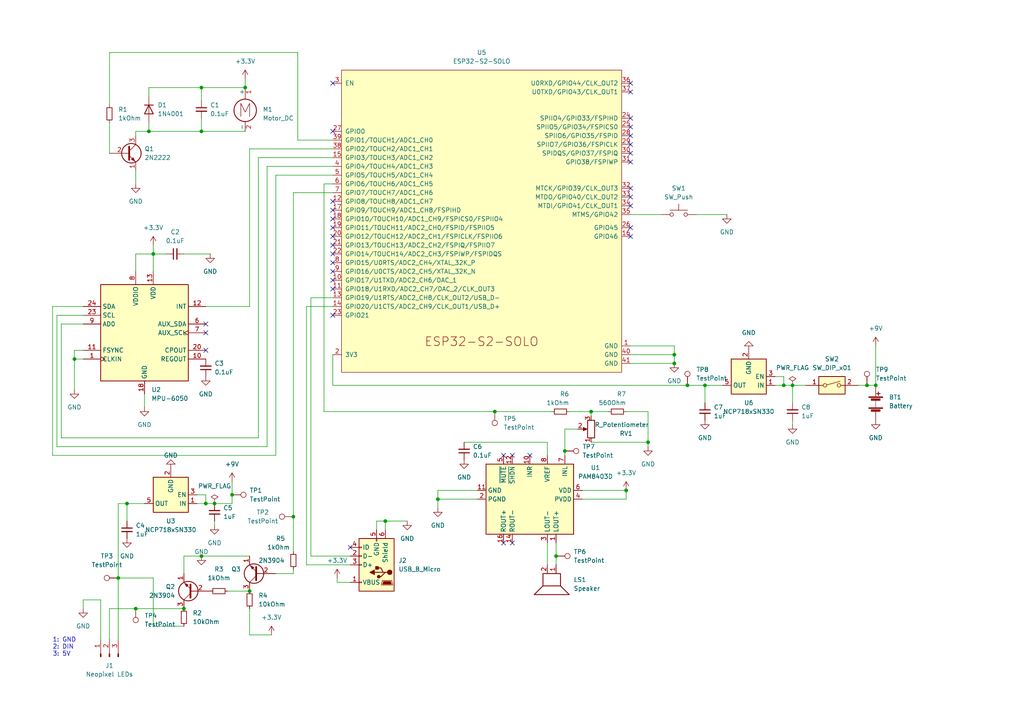
<source format=kicad_sch>
(kicad_sch (version 20211123) (generator eeschema)
  (paper "A4")
  (lib_symbols
    (symbol "Amplifier_Audio:PAM8403D"
      (property "Reference" "U" (at 1.27 16.51 0))
      (property "Value" "PAM8403D" (at 6.096 14.224 0))
      (symbol "PAM8403D_0_1"
        (rectangle (start -10.16 12.7) (end 10.16 -12.7) (stroke (width 0.254)) (fill (type background)))
      )
      (symbol "PAM8403D_1_1"
        (pin output line (at 12.7 7.62 180) (length 2.54) (name "LOUT+") (number "1"))
        (pin input line (at -12.7 0 0) (length 2.54) (name "INR") (number "10"))
        (pin power_in line (at -2.54 -15.24 90) (length 2.54) (name "GND") (number "11"))
        (pin input line (at -12.7 -5.08 0) (length 2.54) (name "~{SHDN}") (number "12"))
        (pin passive line (at 0 15.24 270) (length 2.54) hide (name "PVDD") (number "13"))
        (pin output line (at 12.7 -5.08 180) (length 2.54) (name "ROUT-") (number "14"))
        (pin passive line (at 0 -15.24 90) (length 2.54) hide (name "PGND") (number "15"))
        (pin output line (at 12.7 -7.62 180) (length 2.54) (name "ROUT+") (number "16"))
        (pin power_in line (at 0 -15.24 90) (length 2.54) (name "PGND") (number "2"))
        (pin output line (at 12.7 5.08 180) (length 2.54) (name "LOUT-") (number "3"))
        (pin power_in line (at 0 15.24 270) (length 2.54) (name "PVDD") (number "4"))
        (pin input line (at -12.7 -7.62 0) (length 2.54) (name "~{MUTE}") (number "5"))
        (pin power_in line (at -2.54 15.24 270) (length 2.54) (name "VDD") (number "6"))
        (pin input line (at -12.7 10.16 0) (length 2.54) (name "INL") (number "7"))
        (pin input line (at -12.7 5.08 0) (length 2.54) (name "VREF") (number "8"))
        (pin no_connect line (at 10.16 -10.16 180) (length 2.54) hide (name "NC") (number "9"))
      )
    )
    (symbol "Connector:Conn_01x03_Male" (pin_names (offset 1.016) hide)
      (property "Reference" "J" (at 0 5.08 0))
      (property "Value" "Conn_01x03_Male" (at 0 -5.08 0))
      (symbol "Conn_01x03_Male_1_1"
        (polyline (pts (xy 1.27 -2.54) (xy 0.8636 -2.54)) (stroke (width 0.1524)))
        (polyline (pts (xy 1.27 0) (xy 0.8636 0)) (stroke (width 0.1524)))
        (polyline (pts (xy 1.27 2.54) (xy 0.8636 2.54)) (stroke (width 0.1524)))
        (rectangle (start 0.8636 -2.413) (end 0 -2.667) (stroke (width 0.1524)) (fill (type outline)))
        (rectangle (start 0.8636 0.127) (end 0 -0.127) (stroke (width 0.1524)) (fill (type outline)))
        (rectangle (start 0.8636 2.667) (end 0 2.413) (stroke (width 0.1524)) (fill (type outline)))
        (pin passive line (at 5.08 2.54 180) (length 3.81) (name "Pin_1") (number "1"))
        (pin passive line (at 5.08 0 180) (length 3.81) (name "Pin_2") (number "2"))
        (pin passive line (at 5.08 -2.54 180) (length 3.81) (name "Pin_3") (number "3"))
      )
    )
    (symbol "Connector:TestPoint" (pin_numbers hide) (pin_names (offset 0.762) hide)
      (property "Reference" "TP" (at 0 6.858 0))
      (property "Value" "TestPoint" (at 0 5.08 0))
      (symbol "TestPoint_0_1"
        (circle (center 0 3.302) (radius 0.762))
      )
      (symbol "TestPoint_1_1"
        (pin passive line (at 0 0 90) (length 2.54) (name "1") (number "1"))
      )
    )
    (symbol "Connector:USB_B_Micro" (pin_names (offset 1.016))
      (property "Reference" "J" (at -5.08 11.43 0))
      (property "Value" "USB_B_Micro" (at -5.08 8.89 0))
      (symbol "USB_B_Micro_0_1"
        (rectangle (start -5.08 -7.62) (end 5.08 7.62) (stroke (width 0.254)) (fill (type background)))
        (circle (center -3.81 2.159) (radius 0.635) (stroke (width 0.254)) (fill (type outline)))
        (circle (center -0.635 3.429) (radius 0.381) (stroke (width 0.254)) (fill (type outline)))
        (rectangle (start -0.127 -7.62) (end 0.127 -6.858))
        (polyline (pts (xy -1.905 2.159) (xy 0.635 2.159)) (stroke (width 0.254)))
        (polyline (pts (xy -3.175 2.159) (xy -2.54 2.159) (xy -1.27 3.429) (xy -0.635 3.429)) (stroke (width 0.254)))
        (polyline (pts (xy -2.54 2.159) (xy -1.905 2.159) (xy -1.27 0.889) (xy 0 0.889)) (stroke (width 0.254)))
        (polyline (pts (xy 0.635 2.794) (xy 0.635 1.524) (xy 1.905 2.159) (xy 0.635 2.794)) (stroke (width 0.254)) (fill (type outline)))
        (polyline (pts (xy -4.318 5.588) (xy -1.778 5.588) (xy -2.032 4.826) (xy -4.064 4.826) (xy -4.318 5.588)) (fill (type outline)))
        (polyline (pts (xy -4.699 5.842) (xy -4.699 5.588) (xy -4.445 4.826) (xy -4.445 4.572) (xy -1.651 4.572) (xy -1.651 4.826) (xy -1.397 5.588) (xy -1.397 5.842) (xy -4.699 5.842)))
        (rectangle (start 0.254 1.27) (end -0.508 0.508) (stroke (width 0.254)) (fill (type outline)))
        (rectangle (start 5.08 -5.207) (end 4.318 -4.953))
        (rectangle (start 5.08 -2.667) (end 4.318 -2.413))
        (rectangle (start 5.08 -0.127) (end 4.318 0.127))
        (rectangle (start 5.08 4.953) (end 4.318 5.207))
      )
      (symbol "USB_B_Micro_1_1"
        (pin power_out line (at 7.62 5.08 180) (length 2.54) (name "VBUS") (number "1"))
        (pin bidirectional line (at 7.62 -2.54 180) (length 2.54) (name "D-") (number "2"))
        (pin bidirectional line (at 7.62 0 180) (length 2.54) (name "D+") (number "3"))
        (pin passive line (at 7.62 -5.08 180) (length 2.54) (name "ID") (number "4"))
        (pin power_out line (at 0 -10.16 90) (length 2.54) (name "GND") (number "5"))
        (pin passive line (at -2.54 -10.16 90) (length 2.54) (name "Shield") (number "6"))
      )
    )
    (symbol "Device:Battery" (pin_numbers hide) (pin_names (offset 0) hide)
      (property "Reference" "BT" (at 2.54 2.54 0))
      (property "Value" "Battery" (at 2.54 0 0))
      (symbol "Battery_0_1"
        (rectangle (start -2.032 -1.397) (end 2.032 -1.651) (fill (type outline)))
        (rectangle (start -2.032 1.778) (end 2.032 1.524) (fill (type outline)))
        (rectangle (start -1.3208 -1.9812) (end 1.27 -2.4892) (fill (type outline)))
        (rectangle (start -1.3208 1.1938) (end 1.27 0.6858) (fill (type outline)))
        (polyline (pts (xy 0 -1.524) (xy 0 -1.27)))
        (polyline (pts (xy 0 -1.016) (xy 0 -0.762)))
        (polyline (pts (xy 0 -0.508) (xy 0 -0.254)))
        (polyline (pts (xy 0 0) (xy 0 0.254)))
        (polyline (pts (xy 0 0.508) (xy 0 0.762)))
        (polyline (pts (xy 0 1.778) (xy 0 2.54)))
        (polyline (pts (xy 0.254 2.667) (xy 1.27 2.667)) (stroke (width 0.254)))
        (polyline (pts (xy 0.762 3.175) (xy 0.762 2.159)) (stroke (width 0.254)))
      )
      (symbol "Battery_1_1"
        (pin passive line (at 0 5.08 270) (length 2.54) (name "+") (number "1"))
        (pin passive line (at 0 -5.08 90) (length 2.54) (name "-") (number "2"))
      )
    )
    (symbol "Device:C_Small" (pin_numbers hide) (pin_names (offset 0.254) hide)
      (property "Reference" "C" (at 0.254 1.778 0))
      (property "Value" "C_Small" (at 0.254 -2.032 0))
      (symbol "C_Small_0_1"
        (polyline (pts (xy -1.524 -0.508) (xy 1.524 -0.508)) (stroke (width 0.3302)))
        (polyline (pts (xy -1.524 0.508) (xy 1.524 0.508)) (stroke (width 0.3048)))
      )
      (symbol "C_Small_1_1"
        (pin passive line (at 0 2.54 270) (length 2.032) (name "~") (number "1"))
        (pin passive line (at 0 -2.54 90) (length 2.032) (name "~") (number "2"))
      )
    )
    (symbol "Device:R_Potentiometer" (pin_names (offset 1.016) hide)
      (property "Reference" "RV" (at -4.445 0 90))
      (property "Value" "R_Potentiometer" (at -2.54 0 90))
      (symbol "R_Potentiometer_0_1"
        (polyline (pts (xy 2.54 0) (xy 1.524 0)))
        (polyline (pts (xy 1.143 0) (xy 2.286 0.508) (xy 2.286 -0.508) (xy 1.143 0)) (fill (type outline)))
        (rectangle (start 1.016 2.54) (end -1.016 -2.54) (stroke (width 0.254)))
      )
      (symbol "R_Potentiometer_1_1"
        (pin passive line (at 0 3.81 270) (length 1.27) (name "1") (number "1"))
        (pin passive line (at 3.81 0 180) (length 1.27) (name "2") (number "2"))
        (pin passive line (at 0 -3.81 90) (length 1.27) (name "3") (number "3"))
      )
    )
    (symbol "Device:R_Small" (pin_numbers hide) (pin_names (offset 0.254) hide)
      (property "Reference" "R" (at 0.762 0.508 0))
      (property "Value" "R_Small" (at 0.762 -1.016 0))
      (symbol "R_Small_0_1"
        (rectangle (start -0.762 1.778) (end 0.762 -1.778) (stroke (width 0.2032)))
      )
      (symbol "R_Small_1_1"
        (pin passive line (at 0 2.54 270) (length 0.762) (name "~") (number "1"))
        (pin passive line (at 0 -2.54 90) (length 0.762) (name "~") (number "2"))
      )
    )
    (symbol "Device:Speaker" (pin_names (offset 0) hide)
      (property "Reference" "LS" (at 1.27 5.715 0))
      (property "Value" "Speaker" (at 1.27 3.81 0))
      (symbol "Speaker_0_0"
        (rectangle (start -2.54 1.27) (end 1.016 -3.81) (stroke (width 0.254)))
        (polyline (pts (xy 1.016 1.27) (xy 3.556 3.81) (xy 3.556 -6.35) (xy 1.016 -3.81)) (stroke (width 0.254)))
      )
      (symbol "Speaker_1_1"
        (pin input line (at -5.08 0 0) (length 2.54) (name "1") (number "1"))
        (pin input line (at -5.08 -2.54 0) (length 2.54) (name "2") (number "2"))
      )
    )
    (symbol "Diode:1N4001" (pin_numbers hide) (pin_names (offset 1.016) hide)
      (property "Reference" "D" (at 0 2.54 0))
      (property "Value" "1N4001" (at 0 -2.54 0))
      (symbol "1N4001_0_1"
        (polyline (pts (xy -1.27 1.27) (xy -1.27 -1.27)) (stroke (width 0.254)))
        (polyline (pts (xy 1.27 0) (xy -1.27 0)))
        (polyline (pts (xy 1.27 1.27) (xy 1.27 -1.27) (xy -1.27 0) (xy 1.27 1.27)) (stroke (width 0.254)))
      )
      (symbol "1N4001_1_1"
        (pin passive line (at -3.81 0 0) (length 2.54) (name "K") (number "1"))
        (pin passive line (at 3.81 0 180) (length 2.54) (name "A") (number "2"))
      )
    )
    (symbol "Espressif:ESP32-S2-SOLO" (pin_names (offset 1.016))
      (property "Reference" "U" (at 0 43.18 0))
      (property "Value" "ESP32-S2-SOLO" (at 0 -46.99 0))
      (symbol "ESP32-S2-SOLO_0_1"
        (rectangle (start -40.64 41.91) (end 40.64 -45.72) (fill (type background)))
      )
      (symbol "ESP32-S2-SOLO_1_1"
        (text "ESP32-S2-SOLO" (at 0 -36.83 0) (effects (font (size 2.54 2.54))))
        (pin power_in line (at 43.18 -38.1 180) (length 2.54) (name "GND") (number "1"))
        (pin bidirectional line (at -43.18 -19.05 0) (length 2.54) (name "GPIO17/U1TXD/ADC2_CH6/DAC_1") (number "10"))
        (pin bidirectional line (at -43.18 -21.59 0) (length 2.54) (name "GPIO18/U1RXD/ADC2_CH7/DAC_2/CLK_OUT3") (number "11"))
        (pin bidirectional line (at -43.18 3.81 0) (length 2.54) (name "GPIO8/TOUCH8/ADC1_CH7") (number "12"))
        (pin bidirectional line (at -43.18 -24.13 0) (length 2.54) (name "GPIO19/U1RTS/ADC2_CH8/CLK_OUT2/USB_D-") (number "13"))
        (pin bidirectional line (at -43.18 -26.67 0) (length 2.54) (name "GPIO20/U1CTS/ADC2_CH9/CLK_OUT1/USB_D+") (number "14"))
        (pin bidirectional line (at -43.18 16.51 0) (length 2.54) (name "GPIO3/TOUCH3/ADC1_CH2") (number "15"))
        (pin input line (at 43.18 -6.35 180) (length 2.54) (name "GPIO46") (number "16"))
        (pin bidirectional line (at -43.18 1.27 0) (length 2.54) (name "GPIO9/TOUCH9/ADC1_CH8/FSPIHD") (number "17"))
        (pin bidirectional line (at -43.18 -1.27 0) (length 2.54) (name "GPIO10/TOUCH10/ADC1_CH9/FSPICS0/FSPIIO4") (number "18"))
        (pin bidirectional line (at -43.18 -3.81 0) (length 2.54) (name "GPIO11/TOUCH11/ADC2_CH0/FSPID/FSPIIO5") (number "19"))
        (pin power_in line (at -43.18 -40.64 0) (length 2.54) (name "3V3") (number "2"))
        (pin bidirectional line (at -43.18 -6.35 0) (length 2.54) (name "GPIO12/TOUCH12/ADC2_CH1/FSPICLK/FSPIIO6") (number "20"))
        (pin bidirectional line (at -43.18 -8.89 0) (length 2.54) (name "GPIO13/TOUCH13/ADC2_CH2/FSPIQ/FSPIIO7") (number "21"))
        (pin bidirectional line (at -43.18 -11.43 0) (length 2.54) (name "GPIO14/TOUCH14/ADC2_CH3/FSPIWP/FSPIDQS") (number "22"))
        (pin bidirectional line (at -43.18 -29.21 0) (length 2.54) (name "GPIO21") (number "23"))
        (pin bidirectional line (at 43.18 27.94 180) (length 2.54) (name "SPIIO4/GPIO33/FSPIHD") (number "24"))
        (pin bidirectional line (at 43.18 25.4 180) (length 2.54) (name "SPIIO5/GPIO34/FSPICS0") (number "25"))
        (pin bidirectional line (at 43.18 -3.81 180) (length 2.54) (name "GPIO45") (number "26"))
        (pin bidirectional line (at -43.18 24.13 0) (length 2.54) (name "GPIO0") (number "27"))
        (pin bidirectional line (at 43.18 22.86 180) (length 2.54) (name "SPIIO6/GPIO35/FSPID") (number "28"))
        (pin bidirectional line (at 43.18 20.32 180) (length 2.54) (name "SPIIO7/GPIO36/FSPICLK") (number "29"))
        (pin bidirectional line (at -43.18 38.1 0) (length 2.54) (name "EN") (number "3"))
        (pin bidirectional line (at 43.18 17.78 180) (length 2.54) (name "SPIDQS/GPIO37/FSPIQ") (number "30"))
        (pin bidirectional line (at 43.18 15.24 180) (length 2.54) (name "GPIO38/FSPIWP") (number "31"))
        (pin bidirectional line (at 43.18 7.62 180) (length 2.54) (name "MTCK/GPIO39/CLK_OUT3") (number "32"))
        (pin bidirectional line (at 43.18 5.08 180) (length 2.54) (name "MTDO/GPIO40/CLK_OUT2") (number "33"))
        (pin bidirectional line (at 43.18 2.54 180) (length 2.54) (name "MTDI/GPIO41/CLK_OUT1") (number "34"))
        (pin bidirectional line (at 43.18 0 180) (length 2.54) (name "MTMS/GPIO42") (number "35"))
        (pin bidirectional line (at 43.18 38.1 180) (length 2.54) (name "U0RXD/GPIO44/CLK_OUT2") (number "36"))
        (pin bidirectional line (at 43.18 35.56 180) (length 2.54) (name "U0TXD/GPIO43/CLK_OUT1") (number "37"))
        (pin bidirectional line (at -43.18 19.05 0) (length 2.54) (name "GPIO2/TOUCH2/ADC1_CH1") (number "38"))
        (pin bidirectional line (at -43.18 21.59 0) (length 2.54) (name "GPIO1/TOUCH1/ADC1_CH0") (number "39"))
        (pin bidirectional line (at -43.18 13.97 0) (length 2.54) (name "GPIO4/TOUCH4/ADC1_CH3") (number "4"))
        (pin input line (at 43.18 -40.64 180) (length 2.54) (name "GND") (number "40"))
        (pin input line (at 43.18 -43.18 180) (length 2.54) (name "GND") (number "41"))
        (pin bidirectional line (at -43.18 11.43 0) (length 2.54) (name "GPIO5/TOUCH5/ADC1_CH4") (number "5"))
        (pin bidirectional line (at -43.18 8.89 0) (length 2.54) (name "GPIO6/TOUCH6/ADC1_CH5") (number "6"))
        (pin bidirectional line (at -43.18 6.35 0) (length 2.54) (name "GPIO7/TOUCH7/ADC1_CH6") (number "7"))
        (pin bidirectional line (at -43.18 -13.97 0) (length 2.54) (name "GPIO15/U0RTS/ADC2_CH4/XTAL_32K_P") (number "8"))
        (pin bidirectional line (at -43.18 -16.51 0) (length 2.54) (name "GPIO16/U0CTS/ADC2_CH5/XTAL_32K_N") (number "9"))
      )
    )
    (symbol "Motor:Motor_DC" (pin_names (offset 0))
      (property "Reference" "M" (at 2.54 2.54 0))
      (property "Value" "Motor_DC" (at 2.54 -5.08 0))
      (symbol "Motor_DC_0_0"
        (polyline (pts (xy -1.27 -3.302) (xy -1.27 0.508) (xy 0 -2.032) (xy 1.27 0.508) (xy 1.27 -3.302)))
      )
      (symbol "Motor_DC_0_1"
        (circle (center 0 -1.524) (radius 3.2512) (stroke (width 0.254)))
        (polyline (pts (xy 0 -7.62) (xy 0 -7.112)))
        (polyline (pts (xy 0 -4.7752) (xy 0 -5.1816)))
        (polyline (pts (xy 0 1.7272) (xy 0 2.0828)))
        (polyline (pts (xy 0 2.032) (xy 0 2.54)))
      )
      (symbol "Motor_DC_1_1"
        (pin passive line (at 0 5.08 270) (length 2.54) (name "+") (number "1"))
        (pin passive line (at 0 -7.62 90) (length 2.54) (name "-") (number "2"))
      )
    )
    (symbol "Regulator_Linear:NCP718xSN330"
      (property "Reference" "U" (at -3.81 6.35 0))
      (property "Value" "NCP718xSN330" (at 6.35 6.35 0))
      (symbol "NCP718xSN330_0_1"
        (rectangle (start -5.08 -5.08) (end 5.08 5.08) (stroke (width 0.254)) (fill (type background)))
        (pin power_in line (at -7.62 2.54 0) (length 2.54) (name "IN") (number "1"))
        (pin power_in line (at 0 -7.62 90) (length 2.54) (name "GND") (number "2"))
        (pin input line (at -7.62 0 0) (length 2.54) (name "EN") (number "3"))
        (pin no_connect line (at 5.08 0 180) (length 2.54) hide (name "NC") (number "4"))
        (pin power_out line (at 7.62 2.54 180) (length 2.54) (name "OUT") (number "5"))
      )
    )
    (symbol "Sensor_Motion:MPU-6050"
      (property "Reference" "U" (at -11.43 13.97 0))
      (property "Value" "MPU-6050" (at 7.62 -15.24 0))
      (symbol "MPU-6050_0_0"
        (text "" (at 12.7 -2.54 0) (effects (font (size 1.27 1.27))))
      )
      (symbol "MPU-6050_0_1"
        (rectangle (start -12.7 13.97) (end 12.7 -13.97) (stroke (width 0.254)) (fill (type background)))
      )
      (symbol "MPU-6050_1_1"
        (pin input clock (at -17.78 -7.62 0) (length 5.08) (name "CLKIN") (number "1"))
        (pin passive line (at 17.78 -7.62 180) (length 5.08) (name "REGOUT") (number "10"))
        (pin input line (at -17.78 -5.08 0) (length 5.08) (name "FSYNC") (number "11"))
        (pin output line (at 17.78 7.62 180) (length 5.08) (name "INT") (number "12"))
        (pin power_in line (at 2.54 17.78 270) (length 3.81) (name "VDD") (number "13"))
        (pin no_connect line (at -12.7 -10.16 0) (length 2.54) hide (name "NC") (number "14"))
        (pin no_connect line (at 12.7 12.7 180) (length 2.54) hide (name "NC") (number "15"))
        (pin no_connect line (at 12.7 10.16 180) (length 2.54) hide (name "NC") (number "16"))
        (pin no_connect line (at 12.7 5.08 180) (length 2.54) hide (name "NC") (number "17"))
        (pin power_in line (at 0 -17.78 90) (length 3.81) (name "GND") (number "18"))
        (pin no_connect line (at 12.7 -10.16 180) (length 2.54) hide (name "NC") (number "19"))
        (pin no_connect line (at -12.7 12.7 0) (length 2.54) hide (name "NC") (number "2"))
        (pin passive line (at 17.78 -5.08 180) (length 5.08) (name "CPOUT") (number "20"))
        (pin no_connect line (at 12.7 -2.54 180) (length 2.54) hide (name "NC") (number "21"))
        (pin no_connect line (at 12.7 -12.7 180) (length 2.54) hide (name "NC") (number "22"))
        (pin input line (at -17.78 5.08 0) (length 5.08) (name "SCL") (number "23"))
        (pin bidirectional line (at -17.78 7.62 0) (length 5.08) (name "SDA") (number "24"))
        (pin no_connect line (at -12.7 10.16 0) (length 2.54) hide (name "NC") (number "3"))
        (pin no_connect line (at -12.7 0 0) (length 2.54) hide (name "NC") (number "4"))
        (pin no_connect line (at -12.7 -2.54 0) (length 2.54) hide (name "NC") (number "5"))
        (pin bidirectional line (at 17.78 2.54 180) (length 5.08) (name "AUX_SDA") (number "6"))
        (pin output clock (at 17.78 0 180) (length 5.08) (name "AUX_SCL") (number "7"))
        (pin power_in line (at -2.54 17.78 270) (length 3.81) (name "VDDIO") (number "8"))
        (pin input line (at -17.78 2.54 0) (length 5.08) (name "AD0") (number "9"))
      )
    )
    (symbol "Switch:SW_DIP_x01" (pin_names (offset 0) hide)
      (property "Reference" "SW" (at 0 3.81 0))
      (property "Value" "SW_DIP_x01" (at 0 -3.81 0))
      (symbol "SW_DIP_x01_0_0"
        (circle (center -2.032 0) (radius 0.508))
        (polyline (pts (xy -1.524 0.127) (xy 2.3622 1.1684)))
        (circle (center 2.032 0) (radius 0.508))
      )
      (symbol "SW_DIP_x01_0_1"
        (rectangle (start -3.81 2.54) (end 3.81 -2.54) (stroke (width 0.254)) (fill (type background)))
      )
      (symbol "SW_DIP_x01_1_1"
        (pin passive line (at -7.62 0 0) (length 5.08) (name "~") (number "1"))
        (pin passive line (at 7.62 0 180) (length 5.08) (name "~") (number "2"))
      )
    )
    (symbol "Switch:SW_Push" (pin_numbers hide) (pin_names (offset 1.016) hide)
      (property "Reference" "SW" (at 1.27 2.54 0))
      (property "Value" "SW_Push" (at 0 -1.524 0))
      (symbol "SW_Push_0_1"
        (circle (center -2.032 0) (radius 0.508))
        (polyline (pts (xy 0 1.27) (xy 0 3.048)))
        (polyline (pts (xy 2.54 1.27) (xy -2.54 1.27)))
        (circle (center 2.032 0) (radius 0.508))
        (pin passive line (at -5.08 0 0) (length 2.54) (name "1") (number "1"))
        (pin passive line (at 5.08 0 180) (length 2.54) (name "2") (number "2"))
      )
    )
    (symbol "Transistor_BJT:2N2219" (pin_names (offset 0) hide)
      (property "Reference" "Q" (at 5.08 1.905 0))
      (property "Value" "2N2219" (at 5.08 0 0))
      (symbol "2N2219_0_1"
        (polyline (pts (xy 0.635 0.635) (xy 2.54 2.54)))
        (polyline (pts (xy 0.635 -0.635) (xy 2.54 -2.54) (xy 2.54 -2.54)))
        (polyline (pts (xy 0.635 1.905) (xy 0.635 -1.905) (xy 0.635 -1.905)) (stroke (width 0.508)))
        (polyline (pts (xy 1.27 -1.778) (xy 1.778 -1.27) (xy 2.286 -2.286) (xy 1.27 -1.778) (xy 1.27 -1.778)) (fill (type outline)))
        (circle (center 1.27 0) (radius 2.8194) (stroke (width 0.254)))
      )
      (symbol "2N2219_1_1"
        (pin passive line (at 2.54 -5.08 90) (length 2.54) (name "E") (number "1"))
        (pin passive line (at -5.08 0 0) (length 5.715) (name "B") (number "2"))
        (pin passive line (at 2.54 5.08 270) (length 2.54) (name "C") (number "3"))
      )
    )
    (symbol "Transistor_BJT:2N3904" (pin_names (offset 0) hide)
      (property "Reference" "Q" (at 5.08 1.905 0))
      (property "Value" "2N3904" (at 5.08 0 0))
      (symbol "2N3904_0_1"
        (polyline (pts (xy 0.635 0.635) (xy 2.54 2.54)))
        (polyline (pts (xy 0.635 -0.635) (xy 2.54 -2.54) (xy 2.54 -2.54)))
        (polyline (pts (xy 0.635 1.905) (xy 0.635 -1.905) (xy 0.635 -1.905)) (stroke (width 0.508)))
        (polyline (pts (xy 1.27 -1.778) (xy 1.778 -1.27) (xy 2.286 -2.286) (xy 1.27 -1.778) (xy 1.27 -1.778)) (fill (type outline)))
        (circle (center 1.27 0) (radius 2.8194) (stroke (width 0.254)))
      )
      (symbol "2N3904_1_1"
        (pin passive line (at 2.54 -5.08 90) (length 2.54) (name "E") (number "1"))
        (pin passive line (at -5.08 0 0) (length 5.715) (name "B") (number "2"))
        (pin passive line (at 2.54 5.08 270) (length 2.54) (name "C") (number "3"))
      )
    )
    (symbol "power:+3.3V" (power) (pin_names (offset 0))
      (property "Value" "+3.3V" (at 0 3.556 0))
      (symbol "+3.3V_0_1"
        (polyline (pts (xy -0.762 1.27) (xy 0 2.54)))
        (polyline (pts (xy 0 0) (xy 0 2.54)))
        (polyline (pts (xy 0 2.54) (xy 0.762 1.27)))
      )
      (symbol "+3.3V_1_1"
        (pin power_in line (at 0 0 90) (length 0) hide (name "+3.3V") (number "1"))
      )
    )
    (symbol "power:+9V" (power) (pin_names (offset 0))
      (property "Value" "+9V" (at 0 3.556 0))
      (symbol "+9V_0_1"
        (polyline (pts (xy -0.762 1.27) (xy 0 2.54)))
        (polyline (pts (xy 0 0) (xy 0 2.54)))
        (polyline (pts (xy 0 2.54) (xy 0.762 1.27)))
      )
      (symbol "+9V_1_1"
        (pin power_in line (at 0 0 90) (length 0) hide (name "+9V") (number "1"))
      )
    )
    (symbol "power:GND" (power) (pin_names (offset 0))
      (property "Value" "GND" (at 0 -3.81 0))
      (symbol "GND_0_1"
        (polyline (pts (xy 0 0) (xy 0 -1.27) (xy 1.27 -1.27) (xy 0 -2.54) (xy -1.27 -1.27) (xy 0 -1.27)))
      )
      (symbol "GND_1_1"
        (pin power_in line (at 0 0 270) (length 0) hide (name "GND") (number "1"))
      )
    )
    (symbol "power:PWR_FLAG" (power) (pin_numbers hide) (pin_names (offset 0) hide)
      (property "Value" "PWR_FLAG" (at 0 3.81 0))
      (symbol "PWR_FLAG_0_0"
        (pin power_out line (at 0 0 90) (length 0) (name "pwr") (number "1"))
      )
      (symbol "PWR_FLAG_0_1"
        (polyline (pts (xy 0 0) (xy 0 1.27) (xy -1.016 1.905) (xy 0 2.54) (xy 1.016 1.905) (xy 0 1.27)))
      )
    )
  )
  (junction (at 53.34 176.53))
  (junction (at 62.23 146.05))
  (junction (at 143.51 119.38))
  (junction (at 254 111.76))
  (junction (at 58.42 161.29))
  (junction (at 227.33 111.76))
  (junction (at 58.42 38.1))
  (junction (at 43.18 38.1))
  (junction (at 36.83 146.05))
  (junction (at 59.69 146.05))
  (junction (at 21.59 104.14))
  (junction (at 161.29 161.29))
  (junction (at 163.83 130.81))
  (junction (at 111.76 151.13))
  (junction (at 195.58 105.41))
  (junction (at 44.45 73.66))
  (junction (at 34.29 167.64))
  (junction (at 71.12 25.4))
  (junction (at 85.09 149.86))
  (junction (at 199.39 111.76))
  (junction (at 127 144.78))
  (junction (at 181.61 142.24))
  (junction (at 204.47 111.76))
  (junction (at 187.96 128.27))
  (junction (at 67.31 143.51))
  (junction (at 58.42 25.4))
  (junction (at 171.45 119.38))
  (junction (at 229.87 111.76))
  (junction (at 195.58 102.87))
  (junction (at 251.46 111.76))
  (junction (at 39.37 176.53))
  (junction (at 72.39 171.45))
  (no_connect (at 96.52 73.66))
  (no_connect (at 96.52 71.12))
  (no_connect (at 96.52 24.13))
  (no_connect (at 96.52 38.1))
  (no_connect (at 182.88 24.13))
  (no_connect (at 182.88 26.67))
  (no_connect (at 182.88 34.29))
  (no_connect (at 182.88 36.83))
  (no_connect (at 182.88 59.69))
  (no_connect (at 182.88 57.15))
  (no_connect (at 182.88 54.61))
  (no_connect (at 182.88 66.04))
  (no_connect (at 182.88 68.58))
  (no_connect (at 182.88 39.37))
  (no_connect (at 182.88 41.91))
  (no_connect (at 182.88 44.45))
  (no_connect (at 182.88 46.99))
  (no_connect (at 96.52 58.42))
  (no_connect (at 96.52 60.96))
  (no_connect (at 96.52 63.5))
  (no_connect (at 96.52 66.04))
  (no_connect (at 96.52 68.58))
  (no_connect (at 96.52 83.82))
  (no_connect (at 96.52 91.44))
  (no_connect (at 96.52 76.2))
  (no_connect (at 96.52 78.74))
  (no_connect (at 96.52 81.28))
  (no_connect (at 153.67 132.08))
  (no_connect (at 148.59 132.08))
  (no_connect (at 146.05 132.08))
  (no_connect (at 148.59 157.48))
  (no_connect (at 146.05 157.48))
  (no_connect (at 101.6 158.75))
  (no_connect (at 59.69 93.98))
  (no_connect (at 59.69 96.52))
  (no_connect (at 59.69 101.6))
  (wire (pts (xy 97.79 167.64) (xy 97.79 168.91)))
  (wire (pts (xy 39.37 39.37) (xy 39.37 38.1)))
  (wire (pts (xy 171.45 120.65) (xy 171.45 119.38)))
  (wire (pts (xy 41.91 118.11) (xy 41.91 114.3)))
  (wire (pts (xy 24.13 88.9) (xy 15.24 88.9)))
  (wire (pts (xy 229.87 111.76) (xy 233.68 111.76)))
  (wire (pts (xy 254 100.33) (xy 254 111.76)))
  (wire (pts (xy 57.15 146.05) (xy 59.69 146.05)))
  (wire (pts (xy 34.29 146.05) (xy 34.29 167.64)))
  (wire (pts (xy 72.39 184.15) (xy 78.74 184.15)))
  (wire (pts (xy 57.15 143.51) (xy 59.69 143.51)))
  (wire (pts (xy 34.29 146.05) (xy 36.83 146.05)))
  (wire (pts (xy 72.39 171.45) (xy 66.04 171.45)))
  (wire (pts (xy 96.52 43.18) (xy 72.39 43.18)))
  (wire (pts (xy 251.46 111.76) (xy 254 111.76)))
  (wire (pts (xy 127 142.24) (xy 138.43 142.24)))
  (wire (pts (xy 31.75 35.56) (xy 31.75 44.45)))
  (wire (pts (xy 187.96 128.27) (xy 187.96 129.54)))
  (wire (pts (xy 62.23 152.4) (xy 62.23 151.13)))
  (wire (pts (xy 85.09 55.88) (xy 85.09 149.86)))
  (wire (pts (xy 77.47 129.54) (xy 77.47 48.26)))
  (wire (pts (xy 58.42 34.29) (xy 58.42 38.1)))
  (wire (pts (xy 224.79 111.76) (xy 227.33 111.76)))
  (wire (pts (xy 204.47 116.84) (xy 204.47 111.76)))
  (wire (pts (xy 36.83 146.05) (xy 36.83 151.13)))
  (wire (pts (xy 21.59 101.6) (xy 21.59 104.14)))
  (wire (pts (xy 161.29 161.29) (xy 161.29 157.48)))
  (wire (pts (xy 15.24 88.9) (xy 15.24 132.08)))
  (wire (pts (xy 182.88 62.23) (xy 191.77 62.23)))
  (wire (pts (xy 72.39 176.53) (xy 72.39 184.15)))
  (wire (pts (xy 90.17 86.36) (xy 96.52 86.36)))
  (wire (pts (xy 59.69 146.05) (xy 62.23 146.05)))
  (wire (pts (xy 163.83 130.81) (xy 163.83 124.46)))
  (wire (pts (xy 71.12 22.86) (xy 71.12 25.4)))
  (wire (pts (xy 187.96 119.38) (xy 187.96 128.27)))
  (wire (pts (xy 29.21 173.99) (xy 29.21 185.42)))
  (wire (pts (xy 93.98 119.38) (xy 143.51 119.38)))
  (wire (pts (xy 182.88 100.33) (xy 195.58 100.33)))
  (wire (pts (xy 90.17 86.36) (xy 90.17 161.29)))
  (wire (pts (xy 74.93 127) (xy 74.93 45.72)))
  (wire (pts (xy 39.37 53.34) (xy 39.37 49.53)))
  (wire (pts (xy 58.42 25.4) (xy 43.18 25.4)))
  (wire (pts (xy 201.93 62.23) (xy 210.82 62.23)))
  (wire (pts (xy 127 142.24) (xy 127 144.78)))
  (wire (pts (xy 17.78 127) (xy 74.93 127)))
  (wire (pts (xy 16.51 129.54) (xy 77.47 129.54)))
  (wire (pts (xy 224.79 109.22) (xy 227.33 109.22)))
  (wire (pts (xy 39.37 73.66) (xy 44.45 73.66)))
  (wire (pts (xy 39.37 78.74) (xy 39.37 73.66)))
  (wire (pts (xy 109.22 153.67) (xy 109.22 151.13)))
  (wire (pts (xy 96.52 40.64) (xy 86.36 40.64)))
  (wire (pts (xy 17.78 93.98) (xy 17.78 127)))
  (wire (pts (xy 86.36 15.24) (xy 31.75 15.24)))
  (wire (pts (xy 88.9 163.83) (xy 101.6 163.83)))
  (wire (pts (xy 34.29 167.64) (xy 34.29 185.42)))
  (wire (pts (xy 24.13 93.98) (xy 17.78 93.98)))
  (wire (pts (xy 248.92 111.76) (xy 251.46 111.76)))
  (wire (pts (xy 31.75 15.24) (xy 31.75 30.48)))
  (wire (pts (xy 80.01 132.08) (xy 80.01 50.8)))
  (wire (pts (xy 39.37 176.53) (xy 53.34 176.53)))
  (wire (pts (xy 111.76 153.67) (xy 111.76 151.13)))
  (wire (pts (xy 59.69 143.51) (xy 59.69 146.05)))
  (wire (pts (xy 88.9 88.9) (xy 88.9 163.83)))
  (wire (pts (xy 181.61 142.24) (xy 168.91 142.24)))
  (wire (pts (xy 39.37 38.1) (xy 43.18 38.1)))
  (wire (pts (xy 53.34 73.66) (xy 60.96 73.66)))
  (wire (pts (xy 85.09 149.86) (xy 85.09 160.02)))
  (wire (pts (xy 96.52 111.76) (xy 96.52 102.87)))
  (wire (pts (xy 181.61 144.78) (xy 181.61 142.24)))
  (wire (pts (xy 195.58 100.33) (xy 195.58 102.87)))
  (wire (pts (xy 199.39 111.76) (xy 204.47 111.76)))
  (wire (pts (xy 24.13 91.44) (xy 16.51 91.44)))
  (wire (pts (xy 24.13 101.6) (xy 21.59 101.6)))
  (wire (pts (xy 58.42 161.29) (xy 53.34 161.29)))
  (wire (pts (xy 58.42 38.1) (xy 71.12 38.1)))
  (wire (pts (xy 67.31 146.05) (xy 67.31 143.51)))
  (wire (pts (xy 72.39 88.9) (xy 59.69 88.9)))
  (wire (pts (xy 85.09 55.88) (xy 96.52 55.88)))
  (wire (pts (xy 16.51 91.44) (xy 16.51 129.54)))
  (wire (pts (xy 77.47 48.26) (xy 96.52 48.26)))
  (wire (pts (xy 44.45 73.66) (xy 48.26 73.66)))
  (wire (pts (xy 181.61 119.38) (xy 187.96 119.38)))
  (wire (pts (xy 62.23 146.05) (xy 67.31 146.05)))
  (wire (pts (xy 36.83 146.05) (xy 41.91 146.05)))
  (wire (pts (xy 171.45 119.38) (xy 176.53 119.38)))
  (wire (pts (xy 31.75 176.53) (xy 31.75 185.42)))
  (wire (pts (xy 44.45 71.12) (xy 44.45 73.66)))
  (wire (pts (xy 182.88 102.87) (xy 195.58 102.87)))
  (wire (pts (xy 158.75 128.27) (xy 134.62 128.27)))
  (wire (pts (xy 85.09 166.37) (xy 85.09 165.1)))
  (wire (pts (xy 44.45 181.61) (xy 44.45 167.64)))
  (wire (pts (xy 44.45 73.66) (xy 44.45 78.74)))
  (wire (pts (xy 44.45 181.61) (xy 53.34 181.61)))
  (wire (pts (xy 67.31 143.51) (xy 67.31 139.7)))
  (wire (pts (xy 93.98 53.34) (xy 96.52 53.34)))
  (wire (pts (xy 168.91 144.78) (xy 181.61 144.78)))
  (wire (pts (xy 93.98 53.34) (xy 93.98 119.38)))
  (wire (pts (xy 111.76 151.13) (xy 118.11 151.13)))
  (wire (pts (xy 161.29 163.83) (xy 161.29 161.29)))
  (wire (pts (xy 43.18 38.1) (xy 58.42 38.1)))
  (wire (pts (xy 80.01 166.37) (xy 85.09 166.37)))
  (wire (pts (xy 53.34 161.29) (xy 53.34 166.37)))
  (wire (pts (xy 88.9 88.9) (xy 96.52 88.9)))
  (wire (pts (xy 96.52 111.76) (xy 199.39 111.76)))
  (wire (pts (xy 44.45 167.64) (xy 34.29 167.64)))
  (wire (pts (xy 86.36 40.64) (xy 86.36 15.24)))
  (wire (pts (xy 31.75 176.53) (xy 39.37 176.53)))
  (wire (pts (xy 43.18 25.4) (xy 43.18 27.94)))
  (wire (pts (xy 58.42 25.4) (xy 58.42 29.21)))
  (wire (pts (xy 71.12 25.4) (xy 58.42 25.4)))
  (wire (pts (xy 171.45 128.27) (xy 187.96 128.27)))
  (wire (pts (xy 72.39 161.29) (xy 58.42 161.29)))
  (wire (pts (xy 229.87 123.19) (xy 229.87 121.92)))
  (wire (pts (xy 29.21 173.99) (xy 24.13 173.99)))
  (wire (pts (xy 163.83 124.46) (xy 167.64 124.46)))
  (wire (pts (xy 21.59 104.14) (xy 24.13 104.14)))
  (wire (pts (xy 24.13 173.99) (xy 24.13 176.53)))
  (wire (pts (xy 15.24 132.08) (xy 80.01 132.08)))
  (wire (pts (xy 127 144.78) (xy 127 147.32)))
  (wire (pts (xy 143.51 119.38) (xy 160.02 119.38)))
  (wire (pts (xy 158.75 163.83) (xy 158.75 157.48)))
  (wire (pts (xy 229.87 116.84) (xy 229.87 111.76)))
  (wire (pts (xy 204.47 111.76) (xy 209.55 111.76)))
  (wire (pts (xy 227.33 111.76) (xy 229.87 111.76)))
  (wire (pts (xy 74.93 45.72) (xy 96.52 45.72)))
  (wire (pts (xy 80.01 50.8) (xy 96.52 50.8)))
  (wire (pts (xy 227.33 109.22) (xy 227.33 111.76)))
  (wire (pts (xy 109.22 151.13) (xy 111.76 151.13)))
  (wire (pts (xy 195.58 102.87) (xy 195.58 105.41)))
  (wire (pts (xy 171.45 119.38) (xy 165.1 119.38)))
  (wire (pts (xy 163.83 132.08) (xy 163.83 130.81)))
  (wire (pts (xy 21.59 104.14) (xy 21.59 113.03)))
  (wire (pts (xy 127 144.78) (xy 138.43 144.78)))
  (wire (pts (xy 97.79 168.91) (xy 101.6 168.91)))
  (wire (pts (xy 182.88 105.41) (xy 195.58 105.41)))
  (wire (pts (xy 158.75 132.08) (xy 158.75 128.27)))
  (wire (pts (xy 43.18 35.56) (xy 43.18 38.1)))
  (wire (pts (xy 101.6 161.29) (xy 90.17 161.29)))
  (wire (pts (xy 72.39 43.18) (xy 72.39 88.9)))
  (text "1: GND\n2: DIN\n3: 5V\n" (at 15.24 190.5 0) (effects (font (size 1.27 1.27)) (justify left bottom)))
  (symbol (lib_id "Connector:TestPoint") (at 34.29 167.64 90) (unit 1)
    (property "Reference" "TP3" (at 30.988 161.29 90))
    (property "Value" "TestPoint" (at 30.988 163.83 90))
    (property "Footprint" "Connector_PinHeader_1.00mm:PinHeader_1x01_P1.00mm_Vertical" (effects hide))
  )
  (symbol (lib_id "Connector:TestPoint") (at 39.37 176.53 180) (unit 1)
    (property "Reference" "TP4" (at 41.91 178.5619 0) (effects (justify right)))
    (property "Value" "TestPoint" (at 41.91 181.1019 0) (effects (justify right)))
    (property "Footprint" "Connector_PinHeader_1.00mm:PinHeader_1x01_P1.00mm_Vertical" (effects hide))
  )
  (symbol (lib_id "Device:C_Small") (at 134.62 130.81 180) (unit 1)
    (property "Reference" "C6" (at 137.16 129.5335 0) (effects (justify right)))
    (property "Value" "0.1uF" (at 137.16 132.0735 0) (effects (justify right)))
    (property "Footprint" "Capacitor_SMD:C_0201_0603Metric" (effects hide))
  )
  (symbol (lib_id "Device:R_Small") (at 63.5 171.45 270) (unit 1)
    (property "Reference" "R3" (at 63.5 165.1 90))
    (property "Value" "1kOhm" (at 63.5 167.64 90))
    (property "Footprint" "Resistor_SMD:R_0603_1608Metric" (effects hide))
  )
  (symbol (lib_id "power:GND") (at 229.87 123.19 0) (unit 1)
    (property "Reference" "#PWR0119" (effects hide))
    (property "Value" "GND" (at 229.87 128.27 0))
  )
  (symbol (lib_id "Device:R_Small") (at 53.34 179.07 180) (unit 1)
    (property "Reference" "R2" (at 55.88 177.7999 0) (effects (justify right)))
    (property "Value" "10kOhm" (at 55.88 180.3399 0) (effects (justify right)))
    (property "Footprint" "Resistor_SMD:R_0603_1608Metric" (effects hide))
  )
  (symbol (lib_id "power:+3.3V") (at 78.74 184.15 0) (unit 1)
    (property "Reference" "#PWR0128" (effects hide))
    (property "Value" "+3.3V" (at 78.74 179.07 0))
  )
  (symbol (lib_id "Connector:TestPoint") (at 85.09 149.86 90) (unit 1)
    (property "Reference" "TP2" (at 76.2 148.59 90))
    (property "Value" "TestPoint" (at 76.2 151.13 90))
    (property "Footprint" "Connector_PinHeader_1.00mm:PinHeader_1x01_P1.00mm_Vertical" (effects hide))
  )
  (symbol (lib_id "Connector:TestPoint") (at 67.31 143.51 270) (unit 1)
    (property "Reference" "TP1" (at 72.39 142.2399 90) (effects (justify left)))
    (property "Value" "TestPoint" (at 72.39 144.7799 90) (effects (justify left)))
    (property "Footprint" "Connector_PinHeader_1.00mm:PinHeader_1x01_P1.00mm_Vertical" (effects hide))
  )
  (symbol (lib_id "Espressif:ESP32-S2-SOLO") (at 139.7 62.23 0) (unit 1)
    (property "Reference" "U5" (at 139.7 15.24 0))
    (property "Value" "ESP32-S2-SOLO" (at 139.7 17.78 0))
    (property "Footprint" "Lightsaber Footprint new:ESP32-S2-SOLO" (effects hide))
    (property "Datasheet" "https://www.espressif.com/sites/default/files/documentation/esp32-s2-solo_esp32-s2-solo-u_datasheet_en.pdf" (effects hide))
  )
  (symbol (lib_id "Diode:1N4001") (at 43.18 31.75 270) (unit 1)
    (property "Reference" "D1" (at 45.72 30.4799 90) (effects (justify left)))
    (property "Value" "1N4001" (at 45.72 33.0199 90) (effects (justify left)))
    (property "Footprint" "Diode_SMD:D_SOD-123F" (effects hide))
    (property "Datasheet" "http://www.vishay.com/docs/88503/1n4001.pdf" (effects hide))
  )
  (symbol (lib_id "Device:R_Small") (at 179.07 119.38 90) (unit 1)
    (property "Reference" "R7" (at 181.61 114.3 90) (effects (justify left)))
    (property "Value" "560Ohm" (at 181.61 116.84 90) (effects (justify left)))
    (property "Footprint" "Resistor_SMD:R_0603_1608Metric" (effects hide))
  )
  (symbol (lib_id "Device:R_Small") (at 85.09 162.56 180) (unit 1)
    (property "Reference" "R5" (at 80.01 156.21 0) (effects (justify right)))
    (property "Value" "1kOhm" (at 77.47 158.75 0) (effects (justify right)))
    (property "Footprint" "Resistor_SMD:R_0603_1608Metric" (effects hide))
  )
  (symbol (lib_id "power:GND") (at 59.69 109.22 0) (unit 1)
    (property "Reference" "#PWR0101" (effects hide))
    (property "Value" "GND" (at 59.69 114.3 0))
  )
  (symbol (lib_id "Connector:TestPoint") (at 251.46 111.76 0) (unit 1)
    (property "Reference" "TP9" (at 254 107.1879 0) (effects (justify left)))
    (property "Value" "TestPoint" (at 254 109.7279 0) (effects (justify left)))
    (property "Footprint" "Connector_PinHeader_1.00mm:PinHeader_1x01_P1.00mm_Vertical" (effects hide))
  )
  (symbol (lib_id "power:PWR_FLAG") (at 229.87 111.76 0) (unit 1)
    (property "Reference" "#FLG0101" (effects hide))
    (property "Value" "PWR_FLAG" (at 229.87 106.68 0))
  )
  (symbol (lib_id "power:GND") (at 36.83 156.21 0) (unit 1)
    (property "Reference" "#PWR0126" (effects hide))
    (property "Value" "GND" (at 36.83 161.29 0))
  )
  (symbol (lib_id "Device:C_Small") (at 58.42 31.75 0) (unit 1)
    (property "Reference" "C1" (at 60.96 30.4862 0) (effects (justify left)))
    (property "Value" "0.1uF" (at 60.96 33.0262 0) (effects (justify left)))
    (property "Footprint" "Capacitor_SMD:C_0201_0603Metric" (effects hide))
  )
  (symbol (lib_id "power:GND") (at 118.11 151.13 0) (unit 1)
    (property "Reference" "#PWR0109" (effects hide))
    (property "Value" "GND" (at 118.11 156.21 0))
  )
  (symbol (lib_id "power:GND") (at 204.47 121.92 0) (unit 1)
    (property "Reference" "#PWR0118" (effects hide))
    (property "Value" "GND" (at 204.47 127 0))
  )
  (symbol (lib_id "power:+9V") (at 254 100.33 0) (unit 1)
    (property "Reference" "#PWR0114" (effects hide))
    (property "Value" "+9V" (at 254 95.25 0))
  )
  (symbol (lib_id "power:GND") (at 58.42 161.29 0) (unit 1)
    (property "Reference" "#PWR0125" (effects hide))
    (property "Value" "GND" (at 58.42 160.02 0))
  )
  (symbol (lib_id "Regulator_Linear:NCP718xSN330") (at 49.53 143.51 180) (unit 1)
    (property "Reference" "U3" (at 49.53 151.13 0))
    (property "Value" "NCP718xSN330" (at 49.53 153.67 0))
    (property "Footprint" "Package_TO_SOT_SMD:SOT-23-5" (effects hide))
    (property "Datasheet" "https://www.onsemi.com/pub/Collateral/NCP718-D.PDF" (effects hide))
  )
  (symbol (lib_id "power:GND") (at 21.59 113.03 0) (unit 1)
    (property "Reference" "#PWR0103" (effects hide))
    (property "Value" "GND" (at 21.59 118.11 0))
  )
  (symbol (lib_id "power:+3.3V") (at 71.12 22.86 0) (unit 1)
    (property "Reference" "#PWR0122" (effects hide))
    (property "Value" "+3.3V" (at 71.12 17.78 0))
  )
  (symbol (lib_id "Device:R_Small") (at 72.39 173.99 0) (unit 1)
    (property "Reference" "R4" (at 74.93 172.7199 0) (effects (justify left)))
    (property "Value" "10kOhm" (at 74.93 175.2599 0) (effects (justify left)))
    (property "Footprint" "Resistor_SMD:R_0603_1608Metric" (effects hide))
  )
  (symbol (lib_id "Device:Speaker") (at 161.29 168.91 270) (unit 1)
    (property "Reference" "LS1" (at 166.37 168.1479 90) (effects (justify left)))
    (property "Value" "Speaker" (at 166.37 170.6879 90) (effects (justify left)))
    (property "Footprint" "Lightsaber Footprint new:Speaker" (effects hide))
  )
  (symbol (lib_id "power:GND") (at 127 147.32 0) (unit 1)
    (property "Reference" "#PWR0108" (effects hide))
    (property "Value" "GND" (at 127 152.4 0))
  )
  (symbol (lib_id "Switch:SW_Push") (at 196.85 62.23 0) (unit 1)
    (property "Reference" "SW1" (at 196.85 54.61 0))
    (property "Value" "SW_Push" (at 196.85 57.15 0))
    (property "Footprint" "Lightsaber Footprint new:Switch" (effects hide))
  )
  (symbol (lib_id "power:GND") (at 24.13 176.53 0) (unit 1)
    (property "Reference" "#PWR0127" (effects hide))
    (property "Value" "GND" (at 24.13 181.61 0))
  )
  (symbol (lib_id "power:GND") (at 134.62 133.35 0) (unit 1)
    (property "Reference" "#PWR0107" (effects hide))
    (property "Value" "GND" (at 134.62 138.43 0))
  )
  (symbol (lib_id "power:GND") (at 39.37 53.34 0) (unit 1)
    (property "Reference" "#PWR0112" (effects hide))
    (property "Value" "GND" (at 39.37 58.42 0))
  )
  (symbol (lib_id "Device:C_Small") (at 59.69 106.68 180) (unit 1)
    (property "Reference" "C3" (at 62.23 105.4035 0) (effects (justify right)))
    (property "Value" "0.1uF" (at 62.23 107.9435 0) (effects (justify right)))
    (property "Footprint" "Capacitor_SMD:C_0201_0603Metric" (effects hide))
  )
  (symbol (lib_id "power:GND") (at 62.23 152.4 0) (unit 1)
    (property "Reference" "#PWR0124" (effects hide))
    (property "Value" "GND" (at 62.23 157.48 0))
  )
  (symbol (lib_id "Device:C_Small") (at 36.83 153.67 0) (unit 1)
    (property "Reference" "C4" (at 39.37 152.4062 0) (effects (justify left)))
    (property "Value" "1uF" (at 39.37 154.9462 0) (effects (justify left)))
    (property "Footprint" "Capacitor_SMD:C_0603_1608Metric" (effects hide))
  )
  (symbol (lib_id "Connector:TestPoint") (at 163.83 130.81 270) (unit 1)
    (property "Reference" "TP7" (at 168.91 129.5399 90) (effects (justify left)))
    (property "Value" "TestPoint" (at 168.91 132.0799 90) (effects (justify left)))
    (property "Footprint" "Connector_PinHeader_1.00mm:PinHeader_1x01_P1.00mm_Vertical" (effects hide))
  )
  (symbol (lib_id "Device:C_Small") (at 62.23 148.59 180) (unit 1)
    (property "Reference" "C5" (at 64.77 147.3135 0) (effects (justify right)))
    (property "Value" "1uF" (at 64.77 149.8535 0) (effects (justify right)))
    (property "Footprint" "Capacitor_SMD:C_0603_1608Metric" (effects hide))
  )
  (symbol (lib_id "power:GND") (at 60.96 73.66 0) (unit 1)
    (property "Reference" "#PWR0110" (effects hide))
    (property "Value" "GND" (at 60.96 78.74 0))
  )
  (symbol (lib_id "Connector:Conn_01x03_Male") (at 31.75 190.5 90) (unit 1)
    (property "Reference" "J1" (at 31.75 193.04 90))
    (property "Value" "Neopixel LEDs" (at 31.75 195.58 90))
    (property "Footprint" "Lightsaber Footprints:LED strip" (effects hide))
  )
  (symbol (lib_id "Device:R_Potentiometer") (at 171.45 124.46 180) (unit 1)
    (property "Reference" "RV1" (at 181.61 125.73 0))
    (property "Value" "R_Potentiometer" (at 180.34 123.19 0))
    (property "Footprint" "Lightsaber Footprint new:Potentiometer" (effects hide))
  )
  (symbol (lib_id "Device:R_Small") (at 162.56 119.38 90) (unit 1)
    (property "Reference" "R6" (at 165.1 114.3 90) (effects (justify left)))
    (property "Value" "1kOhm" (at 165.1 116.84 90) (effects (justify left)))
    (property "Footprint" "Resistor_SMD:R_0603_1608Metric" (effects hide))
  )
  (symbol (lib_id "power:GND") (at 187.96 129.54 0) (unit 1)
    (property "Reference" "#PWR0106" (effects hide))
    (property "Value" "GND" (at 187.96 134.62 0))
  )
  (symbol (lib_id "power:GND") (at 41.91 118.11 0) (unit 1)
    (property "Reference" "#PWR0102" (effects hide))
    (property "Value" "GND" (at 41.91 123.19 0))
  )
  (symbol (lib_id "Transistor_BJT:2N2219") (at 36.83 44.45 0) (unit 1)
    (property "Reference" "Q1" (at 41.91 43.1799 0) (effects (justify left)))
    (property "Value" "2N2222" (at 41.91 45.7199 0) (effects (justify left)))
    (property "Footprint" "Package_TO_SOT_THT:TO-39-3" (effects hide))
    (property "Datasheet" "http://www.onsemi.com/pub_link/Collateral/2N2219-D.PDF" (effects hide))
  )
  (symbol (lib_id "Device:Battery") (at 254 116.84 0) (unit 1)
    (property "Reference" "BT1" (at 257.81 115.1889 0) (effects (justify left)))
    (property "Value" "Battery" (at 257.81 117.7289 0) (effects (justify left)))
    (property "Footprint" "Lightsaber Footprint new:Battery" (effects hide))
  )
  (symbol (lib_id "Motor:Motor_DC") (at 71.12 30.48 0) (unit 1)
    (property "Reference" "M1" (at 76.2 31.7499 0) (effects (justify left)))
    (property "Value" "Motor_DC" (at 76.2 34.2899 0) (effects (justify left)))
    (property "Footprint" "Lightsaber Footprint new:Motor" (effects hide))
  )
  (symbol (lib_id "Device:C_Small") (at 229.87 119.38 180) (unit 1)
    (property "Reference" "C8" (at 232.41 118.1035 0) (effects (justify right)))
    (property "Value" "1uF" (at 232.41 120.6435 0) (effects (justify right)))
    (property "Footprint" "Capacitor_SMD:C_0603_1608Metric" (effects hide))
  )
  (symbol (lib_id "power:GND") (at 254 121.92 0) (unit 1)
    (property "Reference" "#PWR0115" (effects hide))
    (property "Value" "GND" (at 254 127 0))
  )
  (symbol (lib_id "Device:C_Small") (at 204.47 119.38 0) (unit 1)
    (property "Reference" "C7" (at 207.01 118.1162 0) (effects (justify left)))
    (property "Value" "1uF" (at 207.01 120.6562 0) (effects (justify left)))
    (property "Footprint" "Capacitor_SMD:C_0603_1608Metric" (effects hide))
  )
  (symbol (lib_id "power:PWR_FLAG") (at 62.23 146.05 0) (unit 1)
    (property "Reference" "#FLG0102" (effects hide))
    (property "Value" "PWR_FLAG" (at 62.23 140.97 0))
  )
  (symbol (lib_id "Transistor_BJT:2N3904") (at 74.93 166.37 180) (unit 1)
    (property "Reference" "Q3" (at 69.85 165.0999 0) (effects (justify left)))
    (property "Value" "2N3904" (at 82.55 162.56 0) (effects (justify left)))
    (property "Footprint" "Package_TO_SOT_THT:TO-92_Inline" (effects hide))
    (property "Datasheet" "https://www.onsemi.com/pub/Collateral/2N3903-D.PDF" (effects hide))
  )
  (symbol (lib_id "power:GND") (at 210.82 62.23 0) (unit 1)
    (property "Reference" "#PWR0116" (effects hide))
    (property "Value" "GND" (at 210.82 67.31 0))
  )
  (symbol (lib_id "power:GND") (at 49.53 135.89 180) (unit 1)
    (property "Reference" "#PWR0113" (effects hide))
    (property "Value" "GND" (at 49.53 132.08 0))
  )
  (symbol (lib_id "Connector:TestPoint") (at 143.51 119.38 180) (unit 1)
    (property "Reference" "TP5" (at 146.05 121.4119 0) (effects (justify right)))
    (property "Value" "TestPoint" (at 146.05 123.9519 0) (effects (justify right)))
    (property "Footprint" "Connector_PinHeader_1.00mm:PinHeader_1x01_P1.00mm_Vertical" (effects hide))
  )
  (symbol (lib_id "Transistor_BJT:2N3904") (at 55.88 171.45 180) (unit 1)
    (property "Reference" "Q2" (at 50.8 170.1799 0) (effects (justify left)))
    (property "Value" "2N3904" (at 50.8 172.7199 0) (effects (justify left)))
    (property "Footprint" "Package_TO_SOT_THT:TO-92_Inline" (effects hide))
    (property "Datasheet" "https://www.onsemi.com/pub/Collateral/2N3903-D.PDF" (effects hide))
  )
  (symbol (lib_id "Connector:TestPoint") (at 199.39 111.76 0) (unit 1)
    (property "Reference" "TP8" (at 201.93 107.1879 0) (effects (justify left)))
    (property "Value" "TestPoint" (at 201.93 109.7279 0) (effects (justify left)))
    (property "Footprint" "Connector_PinHeader_1.00mm:PinHeader_1x01_P1.00mm_Vertical" (effects hide))
  )
  (symbol (lib_id "Connector:USB_B_Micro") (at 109.22 163.83 180) (unit 1)
    (property "Reference" "J2" (at 115.57 162.5599 0) (effects (justify right)))
    (property "Value" "USB_B_Micro" (at 115.57 165.0999 0) (effects (justify right)))
    (property "Footprint" "Connector_USB:USB_Micro-B_Molex-105017-0001" (effects hide))
  )
  (symbol (lib_id "Switch:SW_DIP_x01") (at 241.3 111.76 0) (unit 1)
    (property "Reference" "SW2" (at 241.3 104.14 0))
    (property "Value" "SW_DIP_x01" (at 241.3 106.68 0))
    (property "Footprint" "Lightsaber Footprint new:Switch toggle" (effects hide))
  )
  (symbol (lib_id "Sensor_Motion:MPU-6050") (at 41.91 96.52 0) (unit 1)
    (property "Reference" "U2" (at 43.9294 113.03 0) (effects (justify left)))
    (property "Value" "MPU-6050" (at 43.9294 115.57 0) (effects (justify left)))
    (property "Footprint" "Sensor_Motion:InvenSense_QFN-24_4x4mm_P0.5mm" (effects hide))
    (property "Datasheet" "https://store.invensense.com/datasheets/invensense/MPU-6050_DataSheet_V3%204.pdf" (effects hide))
  )
  (symbol (lib_id "Device:R_Small") (at 31.75 33.02 0) (unit 1)
    (property "Reference" "R1" (at 34.29 31.7499 0) (effects (justify left)))
    (property "Value" "1kOhm" (at 34.29 34.2899 0) (effects (justify left)))
    (property "Footprint" "Resistor_SMD:R_0603_1608Metric" (effects hide))
  )
  (symbol (lib_id "power:GND") (at 217.17 101.6 180) (unit 1)
    (property "Reference" "#PWR0117" (effects hide))
    (property "Value" "GND" (at 217.17 96.52 0))
  )
  (symbol (lib_id "Amplifier_Audio:PAM8403D") (at 153.67 144.78 270) (unit 1)
    (property "Reference" "U1" (at 172.72 135.6612 90))
    (property "Value" "PAM8403D" (at 172.72 138.2012 90))
    (property "Footprint" "Package_SO:SOP-16_3.9x9.9mm_P1.27mm" (effects hide))
    (property "Datasheet" "https://www.diodes.com/assets/Datasheets/PAM8403.pdf" (effects hide))
  )
  (symbol (lib_id "power:+3.3V") (at 44.45 71.12 0) (unit 1)
    (property "Reference" "#PWR0111" (effects hide))
    (property "Value" "+3.3V" (at 44.45 66.04 0))
  )
  (symbol (lib_id "power:+3.3V") (at 97.79 167.64 0) (unit 1)
    (property "Reference" "#PWR0123" (effects hide))
    (property "Value" "+3.3V" (at 97.79 162.56 0))
  )
  (symbol (lib_id "power:+3.3V") (at 181.61 142.24 0) (unit 1)
    (property "Reference" "#PWR0105" (effects hide))
    (property "Value" "+3.3V" (at 181.61 137.16 0))
  )
  (symbol (lib_id "power:GND") (at 195.58 105.41 0) (unit 1)
    (property "Reference" "#PWR0121" (effects hide))
    (property "Value" "GND" (at 195.58 110.49 0))
  )
  (symbol (lib_id "Regulator_Linear:NCP718xSN330") (at 217.17 109.22 180) (unit 1)
    (property "Reference" "U6" (at 217.17 116.84 0))
    (property "Value" "NCP718xSN330" (at 217.17 119.38 0))
    (property "Footprint" "Package_TO_SOT_SMD:SOT-23-5" (effects hide))
    (property "Datasheet" "https://www.onsemi.com/pub/Collateral/NCP718-D.PDF" (effects hide))
  )
  (symbol (lib_id "Device:C_Small") (at 50.8 73.66 90) (unit 1)
    (property "Reference" "C2" (at 50.8063 67.31 90))
    (property "Value" "0.1uF" (at 50.8063 69.85 90))
    (property "Footprint" "Capacitor_SMD:C_0201_0603Metric" (effects hide))
  )
  (symbol (lib_id "power:+9V") (at 67.31 139.7 0) (unit 1)
    (property "Reference" "#PWR0104" (effects hide))
    (property "Value" "+9V" (at 67.31 134.62 0))
  )
  (symbol (lib_id "Connector:TestPoint") (at 161.29 161.29 270) (unit 1)
    (property "Reference" "TP6" (at 166.37 160.0199 90) (effects (justify left)))
    (property "Value" "TestPoint" (at 166.37 162.5599 90) (effects (justify left)))
    (property "Footprint" "Connector_PinHeader_1.00mm:PinHeader_1x01_P1.00mm_Vertical" (effects hide))
  )
)
</source>
